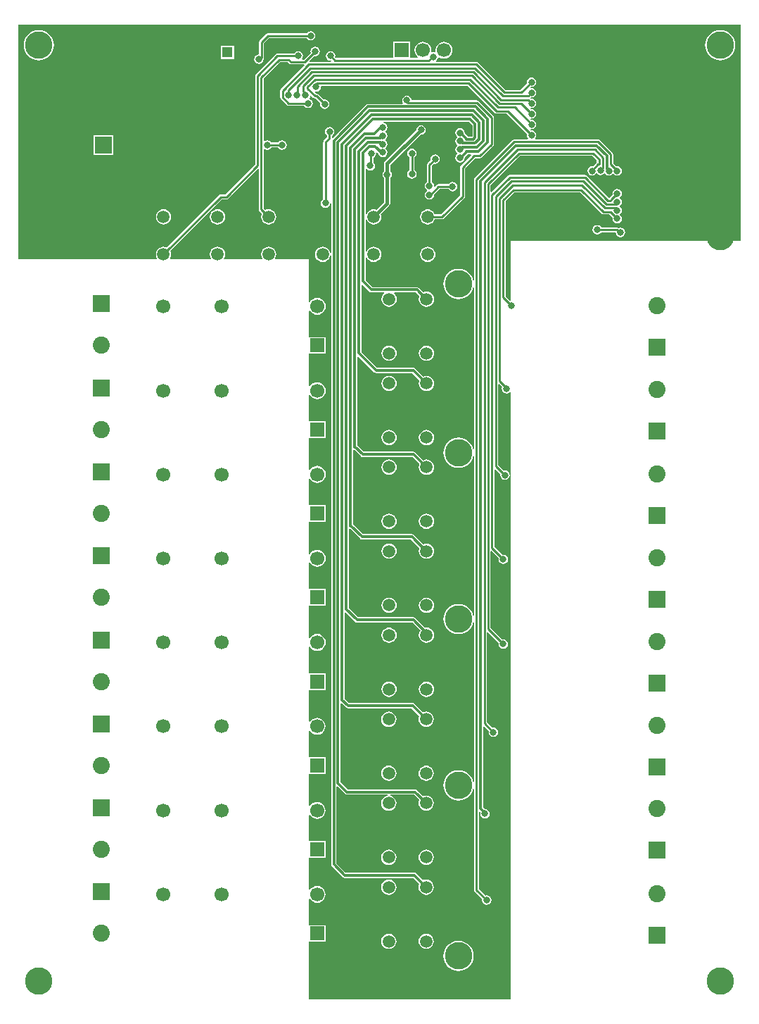
<source format=gbl>
G04*
G04 #@! TF.GenerationSoftware,Altium Limited,Altium Designer,19.0.15 (446)*
G04*
G04 Layer_Physical_Order=2*
G04 Layer_Color=16711680*
%FSLAX25Y25*%
%MOIN*%
G70*
G01*
G75*
%ADD13C,0.01000*%
%ADD15C,0.01575*%
%ADD34R,0.19685X0.05512*%
%ADD70C,0.01181*%
%ADD73R,0.06693X0.06693*%
%ADD74C,0.06693*%
%ADD75C,0.12992*%
%ADD76R,0.08071X0.08071*%
%ADD77C,0.08071*%
%ADD78C,0.05906*%
%ADD79R,0.05118X0.05118*%
%ADD80C,0.05118*%
%ADD81C,0.03150*%
G36*
X429134Y397638D02*
X320322D01*
X320079Y397394D01*
Y369509D01*
X319579Y369302D01*
X317688Y371193D01*
Y416452D01*
X321756Y420521D01*
X353066D01*
X363106Y410481D01*
X363480Y410231D01*
X363921Y410143D01*
X366705D01*
X366796Y410008D01*
X368309Y408495D01*
X368225Y408071D01*
X368396Y407211D01*
X368883Y406481D01*
X369612Y405994D01*
X370472Y405823D01*
X371333Y405994D01*
X372062Y406481D01*
X372549Y407211D01*
X372720Y408071D01*
X372549Y408931D01*
X372062Y409660D01*
X371869Y409789D01*
Y410289D01*
X372062Y410418D01*
X372549Y411148D01*
X372720Y412008D01*
X372549Y412868D01*
X372062Y413597D01*
X371869Y413726D01*
Y414226D01*
X372062Y414355D01*
X372549Y415085D01*
X372720Y415945D01*
X372549Y416805D01*
X372062Y417534D01*
X371869Y417663D01*
Y418163D01*
X372062Y418292D01*
X372549Y419022D01*
X372720Y419882D01*
X372549Y420742D01*
X372062Y421471D01*
X371333Y421959D01*
X370472Y422130D01*
X369612Y421959D01*
X368883Y421471D01*
X368396Y420742D01*
X368225Y419882D01*
X368309Y419458D01*
X366796Y417945D01*
X366310Y418118D01*
X356055Y428374D01*
X355681Y428623D01*
X355240Y428711D01*
X319582D01*
X319141Y428623D01*
X318767Y428374D01*
X311000Y420606D01*
X310538Y420797D01*
Y423869D01*
X324493Y437824D01*
X358668D01*
X360750Y435743D01*
Y434644D01*
X360614Y434553D01*
X358902Y432841D01*
X358677Y432886D01*
X357817Y432714D01*
X357088Y432227D01*
X356600Y431498D01*
X356429Y430638D01*
X356600Y429777D01*
X357088Y429048D01*
X357817Y428561D01*
X358677Y428390D01*
X359537Y428561D01*
X360267Y429048D01*
X360475Y429360D01*
X360911D01*
X361027Y429285D01*
X361754Y428800D01*
X362614Y428628D01*
X363474Y428800D01*
X364204Y429287D01*
X364253Y429360D01*
X364753D01*
X364962Y429048D01*
X365691Y428561D01*
X366551Y428390D01*
X367411Y428561D01*
X368141Y429048D01*
X368270Y429241D01*
X368770D01*
X368899Y429048D01*
X369628Y428561D01*
X370488Y428390D01*
X371348Y428561D01*
X372078Y429048D01*
X372565Y429777D01*
X372736Y430638D01*
X372565Y431498D01*
X372078Y432227D01*
X371348Y432714D01*
X370488Y432886D01*
X370065Y432801D01*
X368597Y434269D01*
Y438517D01*
X368509Y438957D01*
X368260Y439331D01*
X362256Y445334D01*
X361883Y445584D01*
X361442Y445672D01*
X331734D01*
X331574Y446172D01*
X331998Y446807D01*
X332169Y447667D01*
X331998Y448527D01*
X331511Y449257D01*
X330782Y449744D01*
X329921Y449915D01*
X329612Y449854D01*
X329500Y449993D01*
X329777Y450448D01*
X329921Y450419D01*
X330782Y450591D01*
X331511Y451078D01*
X331998Y451807D01*
X332169Y452667D01*
X331998Y453527D01*
X331511Y454257D01*
X330782Y454744D01*
X329921Y454915D01*
X329612Y454854D01*
X329500Y454993D01*
X329777Y455448D01*
X329921Y455419D01*
X330782Y455590D01*
X331511Y456078D01*
X331998Y456807D01*
X332169Y457667D01*
X331998Y458528D01*
X331511Y459257D01*
X330782Y459744D01*
X329921Y459915D01*
X329612Y459854D01*
X329500Y459993D01*
X329777Y460448D01*
X329921Y460419D01*
X330782Y460591D01*
X331511Y461078D01*
X331998Y461807D01*
X332169Y462667D01*
X331998Y463527D01*
X331511Y464257D01*
X330782Y464744D01*
X329921Y464915D01*
X329662Y464864D01*
X329463Y465167D01*
X329662Y465471D01*
X329921Y465419D01*
X330782Y465590D01*
X331511Y466078D01*
X331998Y466807D01*
X332169Y467667D01*
X331998Y468528D01*
X331511Y469257D01*
X330782Y469744D01*
X329921Y469915D01*
X329777Y469887D01*
X329500Y470341D01*
X329612Y470481D01*
X329921Y470419D01*
X330782Y470590D01*
X331511Y471078D01*
X331998Y471807D01*
X332169Y472667D01*
X331998Y473527D01*
X331511Y474257D01*
X330782Y474744D01*
X329921Y474915D01*
X329061Y474744D01*
X328332Y474257D01*
X327845Y473527D01*
X327673Y472667D01*
X327776Y472151D01*
X324625Y469000D01*
X317500D01*
X304615Y481885D01*
X304242Y482135D01*
X303801Y482223D01*
X284708D01*
X284556Y482723D01*
X285053Y483055D01*
X285541Y483784D01*
X285646Y484315D01*
X286197Y484523D01*
X286459Y484322D01*
X287426Y483921D01*
X288465Y483785D01*
X289503Y483921D01*
X290470Y484322D01*
X291301Y484959D01*
X291938Y485790D01*
X292339Y486757D01*
X292475Y487795D01*
X292339Y488833D01*
X291938Y489801D01*
X291301Y490631D01*
X290470Y491269D01*
X289503Y491669D01*
X288465Y491806D01*
X287426Y491669D01*
X286459Y491269D01*
X285629Y490631D01*
X284991Y489801D01*
X284591Y488833D01*
X284454Y487795D01*
X284539Y487150D01*
X284523Y487117D01*
X284085Y486769D01*
X283464Y486893D01*
X282844Y486769D01*
X282406Y487119D01*
X282390Y487150D01*
X282475Y487795D01*
X282339Y488833D01*
X281938Y489801D01*
X281301Y490631D01*
X280470Y491269D01*
X279503Y491669D01*
X278465Y491806D01*
X277427Y491669D01*
X276459Y491269D01*
X275629Y490631D01*
X274991Y489801D01*
X274590Y488833D01*
X274454Y487795D01*
X274590Y486757D01*
X274991Y485790D01*
X275629Y484959D01*
X276065Y484624D01*
X275895Y484125D01*
X272441D01*
Y491772D01*
X264488D01*
Y484125D01*
X237190D01*
X236791Y484523D01*
X236894Y485039D01*
X236722Y485900D01*
X236235Y486629D01*
X235506Y487116D01*
X234646Y487287D01*
X233785Y487116D01*
X233056Y486629D01*
X232569Y485900D01*
X232398Y485039D01*
X232569Y484179D01*
X233056Y483450D01*
X233785Y482963D01*
X234646Y482792D01*
X234894Y482841D01*
X234991Y482723D01*
X234755Y482223D01*
X224857D01*
X224650Y482723D01*
X226917Y484989D01*
X227432Y484887D01*
X228293Y485058D01*
X229022Y485545D01*
X229509Y486274D01*
X229680Y487134D01*
X229509Y487995D01*
X229022Y488724D01*
X228293Y489211D01*
X227432Y489382D01*
X226572Y489211D01*
X225843Y488724D01*
X225356Y487995D01*
X225185Y487134D01*
X225287Y486618D01*
X221998Y483329D01*
X221459D01*
X221192Y483829D01*
X221426Y484179D01*
X221597Y485039D01*
X221426Y485900D01*
X220939Y486629D01*
X220209Y487116D01*
X219349Y487287D01*
X218489Y487116D01*
X217760Y486629D01*
X217467Y486191D01*
X209449D01*
X209008Y486104D01*
X208634Y485854D01*
X199260Y476480D01*
X199010Y476106D01*
X198923Y475665D01*
Y433561D01*
X184821Y419459D01*
X182677D01*
X182236Y419372D01*
X181862Y419122D01*
X157102Y394361D01*
X156447Y394632D01*
X155512Y394755D01*
X154577Y394632D01*
X153705Y394271D01*
X152957Y393697D01*
X152382Y392949D01*
X152021Y392077D01*
X151898Y391142D01*
X152021Y390207D01*
X152382Y389335D01*
X152464Y389228D01*
X152243Y388779D01*
X86614Y388779D01*
Y500000D01*
X429134D01*
Y397638D01*
D02*
G37*
G36*
X215108Y481362D02*
X215482Y481113D01*
X215923Y481025D01*
X222010D01*
X222217Y480525D01*
X211137Y469445D01*
X210887Y469071D01*
X210799Y468630D01*
Y465350D01*
X210887Y464909D01*
X211137Y464535D01*
X213888Y461784D01*
X214262Y461534D01*
X214703Y461446D01*
X222134D01*
X222426Y461009D01*
X223155Y460522D01*
X224016Y460351D01*
X224876Y460522D01*
X225605Y461009D01*
X226093Y461738D01*
X226264Y462598D01*
X226093Y463459D01*
X225605Y464188D01*
X224876Y464675D01*
X224848Y464681D01*
X224618Y465236D01*
X224911Y465675D01*
X224993Y466088D01*
X225536Y466253D01*
X226506Y465282D01*
X226879Y465033D01*
X227320Y464945D01*
X227520D01*
X229745Y462721D01*
X229642Y462205D01*
X229813Y461344D01*
X230300Y460615D01*
X231030Y460128D01*
X231890Y459957D01*
X232750Y460128D01*
X233479Y460615D01*
X233967Y461344D01*
X234138Y462205D01*
X233967Y463065D01*
X233479Y463794D01*
X232750Y464282D01*
X231890Y464453D01*
X231374Y464350D01*
X228812Y466912D01*
X228438Y467162D01*
X227997Y467249D01*
X227798D01*
X227297Y467750D01*
X227543Y468211D01*
X227873Y468145D01*
X228733Y468316D01*
X229463Y468803D01*
X229950Y469533D01*
X230121Y470393D01*
X230081Y470595D01*
X230398Y470982D01*
X299622D01*
X312507Y458097D01*
X312880Y457847D01*
X313321Y457759D01*
X318200D01*
X327776Y448183D01*
X327673Y447667D01*
X327845Y446807D01*
X328269Y446172D01*
X328108Y445672D01*
X321720D01*
X321279Y445584D01*
X320905Y445334D01*
X303028Y427457D01*
X302778Y427083D01*
X302691Y426643D01*
Y378943D01*
X302190Y378869D01*
X301891Y379856D01*
X301229Y381094D01*
X300339Y382179D01*
X299254Y383070D01*
X298016Y383732D01*
X296673Y384139D01*
X295276Y384277D01*
X293879Y384139D01*
X292535Y383732D01*
X291297Y383070D01*
X290212Y382179D01*
X289322Y381094D01*
X288660Y379856D01*
X288253Y378513D01*
X288115Y377116D01*
X288253Y375719D01*
X288660Y374376D01*
X289322Y373138D01*
X290212Y372053D01*
X291297Y371162D01*
X292535Y370501D01*
X293879Y370093D01*
X295276Y369956D01*
X296673Y370093D01*
X298016Y370501D01*
X299254Y371162D01*
X300339Y372053D01*
X301229Y373138D01*
X301891Y374376D01*
X302190Y375363D01*
X302691Y375289D01*
X302691Y299071D01*
X302190Y298997D01*
X301891Y299984D01*
X301229Y301222D01*
X300339Y302307D01*
X299254Y303198D01*
X298016Y303859D01*
X296673Y304267D01*
X295276Y304405D01*
X293879Y304267D01*
X292535Y303859D01*
X291297Y303198D01*
X290212Y302307D01*
X289322Y301222D01*
X288660Y299984D01*
X288253Y298641D01*
X288115Y297244D01*
X288253Y295847D01*
X288660Y294504D01*
X289322Y293266D01*
X290212Y292181D01*
X291297Y291290D01*
X292535Y290629D01*
X293879Y290221D01*
X295276Y290084D01*
X296673Y290221D01*
X298016Y290629D01*
X299254Y291290D01*
X300339Y292181D01*
X301229Y293266D01*
X301891Y294504D01*
X302190Y295491D01*
X302691Y295417D01*
Y220331D01*
X302190Y220257D01*
X301891Y221244D01*
X301229Y222482D01*
X300339Y223567D01*
X299254Y224458D01*
X298016Y225119D01*
X296673Y225527D01*
X295276Y225664D01*
X293879Y225527D01*
X292535Y225119D01*
X291297Y224458D01*
X290212Y223567D01*
X289322Y222482D01*
X288660Y221244D01*
X288253Y219901D01*
X288115Y218504D01*
X288253Y217107D01*
X288660Y215764D01*
X289322Y214526D01*
X290212Y213441D01*
X291297Y212550D01*
X292535Y211889D01*
X293879Y211481D01*
X295276Y211344D01*
X296673Y211481D01*
X298016Y211889D01*
X299254Y212550D01*
X300339Y213441D01*
X301229Y214526D01*
X301891Y215764D01*
X302190Y216751D01*
X302691Y216677D01*
X302691Y141591D01*
X302190Y141517D01*
X301891Y142504D01*
X301229Y143742D01*
X300339Y144827D01*
X299254Y145718D01*
X298016Y146379D01*
X296673Y146787D01*
X295276Y146924D01*
X293879Y146787D01*
X292535Y146379D01*
X291297Y145718D01*
X290212Y144827D01*
X289322Y143742D01*
X288660Y142504D01*
X288253Y141161D01*
X288115Y139764D01*
X288253Y138367D01*
X288660Y137024D01*
X289322Y135786D01*
X290212Y134701D01*
X291297Y133810D01*
X292535Y133148D01*
X293879Y132741D01*
X295276Y132603D01*
X296673Y132741D01*
X298016Y133148D01*
X299254Y133810D01*
X300339Y134701D01*
X301229Y135786D01*
X301891Y137024D01*
X302190Y138011D01*
X302691Y137937D01*
Y94488D01*
Y90251D01*
X302778Y89810D01*
X303028Y89437D01*
X306516Y85949D01*
X306413Y85433D01*
X306584Y84573D01*
X307071Y83843D01*
X307801Y83356D01*
X308661Y83185D01*
X309521Y83356D01*
X310250Y83843D01*
X310738Y84573D01*
X310909Y85433D01*
X310738Y86293D01*
X310250Y87022D01*
X309521Y87510D01*
X308661Y87681D01*
X308145Y87578D01*
X304995Y90728D01*
Y94488D01*
Y127270D01*
X305429Y127450D01*
X305775Y127126D01*
X305626Y126378D01*
X305797Y125518D01*
X306284Y124788D01*
X307014Y124301D01*
X307874Y124130D01*
X308734Y124301D01*
X309464Y124788D01*
X309951Y125518D01*
X310122Y126378D01*
X309951Y127238D01*
X309464Y127968D01*
X308734Y128455D01*
X307874Y128626D01*
X307822Y128615D01*
X306965Y129472D01*
Y134252D01*
Y167524D01*
X307427Y167716D01*
X309666Y165477D01*
X309563Y164961D01*
X309734Y164100D01*
X310222Y163371D01*
X310951Y162884D01*
X311811Y162713D01*
X312671Y162884D01*
X313401Y163371D01*
X313888Y164100D01*
X314059Y164961D01*
X313888Y165821D01*
X313401Y166550D01*
X312671Y167037D01*
X311811Y167209D01*
X311295Y167106D01*
X308751Y169650D01*
Y181496D01*
Y212195D01*
X309212Y212387D01*
X314390Y207209D01*
X314287Y206693D01*
X314459Y205833D01*
X314946Y205103D01*
X315675Y204616D01*
X316535Y204445D01*
X317396Y204616D01*
X318125Y205103D01*
X318612Y205833D01*
X318783Y206693D01*
X318612Y207553D01*
X318125Y208282D01*
X317396Y208770D01*
X316535Y208941D01*
X316019Y208838D01*
X310538Y214320D01*
Y219685D01*
Y250565D01*
X311000Y250757D01*
X314390Y247366D01*
X314287Y246850D01*
X314459Y245990D01*
X314946Y245261D01*
X315675Y244774D01*
X316535Y244602D01*
X317396Y244774D01*
X318125Y245261D01*
X318612Y245990D01*
X318783Y246850D01*
X318612Y247711D01*
X318125Y248440D01*
X317396Y248927D01*
X316535Y249098D01*
X316019Y248996D01*
X312325Y252690D01*
Y289329D01*
X312787Y289521D01*
X315178Y287130D01*
X315075Y286614D01*
X315246Y285754D01*
X315733Y285025D01*
X316463Y284537D01*
X317323Y284366D01*
X318183Y284537D01*
X318912Y285025D01*
X319400Y285754D01*
X319571Y286614D01*
X319400Y287474D01*
X318912Y288204D01*
X318183Y288691D01*
X317323Y288862D01*
X316807Y288759D01*
X314113Y291454D01*
Y329668D01*
X314575Y329859D01*
X316030Y328403D01*
X315862Y327559D01*
X316033Y326699D01*
X316521Y325970D01*
X317250Y325482D01*
X318110Y325311D01*
X318970Y325482D01*
X319579Y325889D01*
X320079Y325705D01*
Y38386D01*
X224410D01*
Y65709D01*
X232231D01*
Y73661D01*
X224410D01*
Y85847D01*
X224909Y86016D01*
X225418Y85353D01*
X226249Y84716D01*
X227216Y84315D01*
X228254Y84178D01*
X229292Y84315D01*
X230260Y84716D01*
X231090Y85353D01*
X231728Y86184D01*
X232128Y87151D01*
X232265Y88189D01*
X232128Y89227D01*
X231728Y90194D01*
X231090Y91025D01*
X230260Y91662D01*
X229292Y92063D01*
X228254Y92200D01*
X227216Y92063D01*
X226249Y91662D01*
X225418Y91025D01*
X224909Y90362D01*
X224410Y90531D01*
Y105472D01*
X232231D01*
Y113425D01*
X224410D01*
Y125610D01*
X224909Y125780D01*
X225418Y125117D01*
X226249Y124479D01*
X227216Y124079D01*
X228254Y123942D01*
X229292Y124079D01*
X230260Y124479D01*
X231090Y125117D01*
X231728Y125947D01*
X232128Y126915D01*
X232265Y127953D01*
X232128Y128991D01*
X231728Y129958D01*
X231090Y130789D01*
X230260Y131426D01*
X229292Y131827D01*
X228254Y131963D01*
X227216Y131827D01*
X226249Y131426D01*
X225418Y130789D01*
X224909Y130125D01*
X224409Y130295D01*
Y145236D01*
X232231D01*
Y153189D01*
X224409D01*
Y165374D01*
X224909Y165544D01*
X225418Y164881D01*
X226249Y164243D01*
X227216Y163842D01*
X228254Y163706D01*
X229292Y163842D01*
X230260Y164243D01*
X231090Y164881D01*
X231728Y165711D01*
X232128Y166679D01*
X232265Y167717D01*
X232128Y168755D01*
X231728Y169722D01*
X231090Y170553D01*
X230260Y171190D01*
X229292Y171591D01*
X228254Y171727D01*
X227216Y171591D01*
X226249Y171190D01*
X225418Y170553D01*
X224909Y169889D01*
X224409Y170059D01*
Y185000D01*
X232323D01*
Y192953D01*
X224409D01*
Y205288D01*
X224750Y205425D01*
X224909Y205428D01*
X225511Y204644D01*
X226341Y204007D01*
X227308Y203606D01*
X228346Y203470D01*
X229384Y203606D01*
X230352Y204007D01*
X231182Y204644D01*
X231820Y205475D01*
X232221Y206442D01*
X232357Y207480D01*
X232221Y208518D01*
X231820Y209486D01*
X231182Y210316D01*
X230352Y210954D01*
X229384Y211354D01*
X228346Y211491D01*
X227308Y211354D01*
X226341Y210954D01*
X225511Y210316D01*
X224909Y209533D01*
X224750Y209535D01*
X224409Y209673D01*
Y224764D01*
X232323D01*
Y232716D01*
X224409D01*
Y245052D01*
X224750Y245189D01*
X224909Y245191D01*
X225511Y244408D01*
X226341Y243771D01*
X227308Y243370D01*
X228346Y243233D01*
X229384Y243370D01*
X230352Y243771D01*
X231182Y244408D01*
X231820Y245239D01*
X232221Y246206D01*
X232357Y247244D01*
X232221Y248282D01*
X231820Y249249D01*
X231182Y250080D01*
X230352Y250717D01*
X229384Y251118D01*
X228346Y251255D01*
X227308Y251118D01*
X226341Y250717D01*
X225511Y250080D01*
X224909Y249297D01*
X224750Y249299D01*
X224409Y249437D01*
Y264528D01*
X232323D01*
Y272480D01*
X224409D01*
Y284815D01*
X224750Y284953D01*
X224909Y284955D01*
X225511Y284172D01*
X226341Y283535D01*
X227308Y283134D01*
X228346Y282997D01*
X229384Y283134D01*
X230352Y283535D01*
X231182Y284172D01*
X231820Y285002D01*
X232221Y285970D01*
X232357Y287008D01*
X232221Y288046D01*
X231820Y289013D01*
X231182Y289844D01*
X230352Y290481D01*
X229384Y290882D01*
X228346Y291019D01*
X227308Y290882D01*
X226341Y290481D01*
X225511Y289844D01*
X224909Y289061D01*
X224750Y289063D01*
X224409Y289200D01*
X224409Y304144D01*
X232323D01*
Y312097D01*
X224409D01*
Y324431D01*
X224750Y324569D01*
X224909Y324571D01*
X225511Y323788D01*
X226341Y323151D01*
X227308Y322750D01*
X228346Y322613D01*
X229384Y322750D01*
X230352Y323151D01*
X231182Y323788D01*
X231820Y324619D01*
X232221Y325586D01*
X232357Y326624D01*
X232221Y327662D01*
X231820Y328629D01*
X231182Y329460D01*
X230352Y330097D01*
X229384Y330498D01*
X228346Y330635D01*
X227308Y330498D01*
X226341Y330097D01*
X225511Y329460D01*
X224909Y328677D01*
X224750Y328679D01*
X224409Y328817D01*
Y344055D01*
X232323D01*
Y352008D01*
X224409D01*
Y364343D01*
X224750Y364480D01*
X224909Y364483D01*
X225511Y363699D01*
X226341Y363062D01*
X227308Y362661D01*
X228346Y362525D01*
X229384Y362661D01*
X230352Y363062D01*
X231182Y363699D01*
X231820Y364530D01*
X232221Y365497D01*
X232357Y366535D01*
X232221Y367573D01*
X231820Y368541D01*
X231182Y369371D01*
X230352Y370009D01*
X229384Y370409D01*
X228346Y370546D01*
X227308Y370409D01*
X226341Y370009D01*
X225511Y369371D01*
X224909Y368588D01*
X224750Y368590D01*
X224409Y368728D01*
Y388779D01*
X208641D01*
X208420Y389228D01*
X208502Y389335D01*
X208863Y390207D01*
X208986Y391142D01*
X208863Y392077D01*
X208502Y392949D01*
X207928Y393697D01*
X207179Y394271D01*
X206308Y394632D01*
X205373Y394755D01*
X204437Y394632D01*
X203566Y394271D01*
X202818Y393697D01*
X202243Y392949D01*
X201882Y392077D01*
X201759Y391142D01*
X201882Y390207D01*
X202243Y389335D01*
X202325Y389228D01*
X202104Y388779D01*
X184371Y388779D01*
X184150Y389228D01*
X184232Y389335D01*
X184593Y390207D01*
X184716Y391142D01*
X184593Y392077D01*
X184232Y392949D01*
X183658Y393697D01*
X182909Y394271D01*
X182038Y394632D01*
X181102Y394755D01*
X180167Y394632D01*
X179296Y394271D01*
X178547Y393697D01*
X177973Y392949D01*
X177612Y392077D01*
X177489Y391142D01*
X177612Y390207D01*
X177973Y389335D01*
X178055Y389228D01*
X177834Y388779D01*
X158780D01*
X158559Y389228D01*
X158641Y389335D01*
X159002Y390207D01*
X159125Y391142D01*
X159002Y392077D01*
X158731Y392732D01*
X183154Y417155D01*
X185298D01*
X185739Y417243D01*
X186112Y417492D01*
X200248Y431628D01*
X200710Y431437D01*
Y412369D01*
X200798Y411928D01*
X201048Y411554D01*
X202153Y410448D01*
X201882Y409794D01*
X201759Y408858D01*
X201882Y407923D01*
X202243Y407052D01*
X202818Y406303D01*
X203566Y405729D01*
X204437Y405368D01*
X205373Y405245D01*
X206308Y405368D01*
X207179Y405729D01*
X207928Y406303D01*
X208502Y407052D01*
X208863Y407923D01*
X208986Y408858D01*
X208863Y409794D01*
X208502Y410665D01*
X207928Y411413D01*
X207179Y411988D01*
X206308Y412349D01*
X205373Y412472D01*
X204437Y412349D01*
X203783Y412078D01*
X203014Y412846D01*
Y440803D01*
X203514Y441070D01*
X203864Y440837D01*
X204724Y440665D01*
X205585Y440837D01*
X206314Y441324D01*
X206573Y441712D01*
X209757D01*
X210082Y441225D01*
X210812Y440738D01*
X211672Y440567D01*
X212532Y440738D01*
X213261Y441225D01*
X213749Y441955D01*
X213920Y442815D01*
X213749Y443675D01*
X213261Y444405D01*
X212532Y444892D01*
X211672Y445063D01*
X210812Y444892D01*
X210082Y444405D01*
X209823Y444016D01*
X206639D01*
X206314Y444503D01*
X205585Y444990D01*
X204724Y445161D01*
X203864Y444990D01*
X203514Y444756D01*
X203014Y445024D01*
Y474401D01*
X210713Y482100D01*
X214371D01*
X215108Y481362D01*
D02*
G37*
%LPC*%
G36*
X225243Y496844D02*
X224382Y496673D01*
X223653Y496186D01*
X223361Y495749D01*
X204978D01*
X204537Y495661D01*
X204163Y495411D01*
X201152Y492400D01*
X200902Y492026D01*
X200814Y491585D01*
Y485735D01*
X200787Y485712D01*
X199927Y485541D01*
X199198Y485054D01*
X198711Y484325D01*
X198539Y483465D01*
X198711Y482604D01*
X199198Y481875D01*
X199927Y481388D01*
X200787Y481217D01*
X201648Y481388D01*
X202377Y481875D01*
X202864Y482604D01*
X203035Y483465D01*
X203012Y483581D01*
X203031Y483609D01*
X203118Y484050D01*
Y491108D01*
X205455Y493444D01*
X223361D01*
X223653Y493007D01*
X224382Y492520D01*
X225243Y492349D01*
X226103Y492520D01*
X226832Y493007D01*
X227320Y493736D01*
X227491Y494597D01*
X227320Y495457D01*
X226832Y496186D01*
X226103Y496673D01*
X225243Y496844D01*
D02*
G37*
G36*
X189016Y490000D02*
X182638D01*
Y483622D01*
X189016D01*
Y490000D01*
D02*
G37*
G36*
X419291Y497318D02*
X417894Y497180D01*
X416551Y496773D01*
X415313Y496111D01*
X414228Y495221D01*
X413338Y494136D01*
X412676Y492898D01*
X412268Y491554D01*
X412131Y490158D01*
X412268Y488761D01*
X412676Y487417D01*
X413338Y486179D01*
X414228Y485094D01*
X415313Y484204D01*
X416551Y483542D01*
X417894Y483135D01*
X419291Y482997D01*
X420688Y483135D01*
X422031Y483542D01*
X423270Y484204D01*
X424355Y485094D01*
X425245Y486179D01*
X425907Y487417D01*
X426314Y488761D01*
X426452Y490158D01*
X426314Y491554D01*
X425907Y492898D01*
X425245Y494136D01*
X424355Y495221D01*
X423270Y496111D01*
X422031Y496773D01*
X420688Y497180D01*
X419291Y497318D01*
D02*
G37*
G36*
X96457D02*
X95060Y497180D01*
X93717Y496773D01*
X92479Y496111D01*
X91394Y495221D01*
X90503Y494136D01*
X89841Y492898D01*
X89434Y491554D01*
X89296Y490158D01*
X89434Y488761D01*
X89841Y487417D01*
X90503Y486179D01*
X91394Y485094D01*
X92479Y484204D01*
X93717Y483542D01*
X95060Y483135D01*
X96457Y482997D01*
X97854Y483135D01*
X99197Y483542D01*
X100435Y484204D01*
X101520Y485094D01*
X102410Y486179D01*
X103072Y487417D01*
X103480Y488761D01*
X103617Y490158D01*
X103480Y491554D01*
X103072Y492898D01*
X102410Y494136D01*
X101520Y495221D01*
X100435Y496111D01*
X99197Y496773D01*
X97854Y497180D01*
X96457Y497318D01*
D02*
G37*
G36*
X131831Y447579D02*
X122500D01*
Y438248D01*
X131831D01*
Y447579D01*
D02*
G37*
G36*
X155512Y412472D02*
X154577Y412349D01*
X153705Y411988D01*
X152957Y411413D01*
X152382Y410665D01*
X152021Y409794D01*
X151898Y408858D01*
X152021Y407923D01*
X152382Y407052D01*
X152957Y406303D01*
X153705Y405729D01*
X154577Y405368D01*
X155512Y405245D01*
X156447Y405368D01*
X157319Y405729D01*
X158067Y406303D01*
X158641Y407052D01*
X159002Y407923D01*
X159125Y408858D01*
X159002Y409794D01*
X158641Y410665D01*
X158067Y411413D01*
X157319Y411988D01*
X156447Y412349D01*
X155512Y412472D01*
D02*
G37*
G36*
X361027Y405004D02*
X360166Y404833D01*
X359437Y404345D01*
X358950Y403616D01*
X358779Y402756D01*
X358950Y401896D01*
X359437Y401166D01*
X360166Y400679D01*
X361027Y400508D01*
X361887Y400679D01*
X362616Y401166D01*
X362909Y401604D01*
X369774D01*
X369799Y401574D01*
X369970Y400714D01*
X370457Y399985D01*
X371186Y399497D01*
X372046Y399326D01*
X372907Y399497D01*
X373636Y399985D01*
X374123Y400714D01*
X374294Y401574D01*
X374123Y402434D01*
X373636Y403163D01*
X372907Y403651D01*
X372046Y403822D01*
X371186Y403651D01*
X371082Y403581D01*
X370724Y403820D01*
X370283Y403908D01*
X362909D01*
X362616Y404345D01*
X361887Y404833D01*
X361027Y405004D01*
D02*
G37*
G36*
X270866Y466274D02*
X270006Y466103D01*
X269277Y465615D01*
X268789Y464886D01*
X268618Y464026D01*
X268789Y463166D01*
X269055Y462768D01*
X268788Y462268D01*
X252363D01*
X251887Y462173D01*
X251483Y461903D01*
X235851Y446271D01*
X235350Y446478D01*
Y447295D01*
X235841Y447623D01*
X236329Y448352D01*
X236500Y449213D01*
X236329Y450073D01*
X235841Y450802D01*
X235112Y451289D01*
X234252Y451461D01*
X233392Y451289D01*
X232663Y450802D01*
X232175Y450073D01*
X232004Y449213D01*
X232175Y448352D01*
X232663Y447623D01*
X233046Y447367D01*
Y446594D01*
X231468Y445016D01*
X231219Y444642D01*
X231131Y444201D01*
Y417235D01*
X230694Y416943D01*
X230206Y416214D01*
X230035Y415353D01*
X230206Y414493D01*
X230694Y413764D01*
X231423Y413277D01*
X232283Y413106D01*
X233143Y413277D01*
X233873Y413764D01*
X234360Y414493D01*
X234476Y415078D01*
X234976Y415029D01*
Y391940D01*
X234476Y391907D01*
X234454Y392077D01*
X234093Y392949D01*
X233519Y393697D01*
X232770Y394271D01*
X231898Y394632D01*
X230963Y394755D01*
X230028Y394632D01*
X229156Y394271D01*
X228408Y393697D01*
X227834Y392949D01*
X227473Y392077D01*
X227350Y391142D01*
X227473Y390207D01*
X227834Y389335D01*
X228408Y388586D01*
X229156Y388012D01*
X230028Y387651D01*
X230963Y387528D01*
X231898Y387651D01*
X232770Y388012D01*
X233519Y388586D01*
X234093Y389335D01*
X234454Y390207D01*
X234476Y390376D01*
X234976Y390344D01*
X234976Y102362D01*
X235071Y101886D01*
X235340Y101482D01*
X240459Y96364D01*
X240862Y96094D01*
X241339Y96000D01*
X273851D01*
X276768Y93082D01*
X276536Y92520D01*
X276412Y91585D01*
X276536Y90649D01*
X276897Y89778D01*
X277471Y89030D01*
X278219Y88455D01*
X279091Y88094D01*
X280026Y87971D01*
X280961Y88094D01*
X281833Y88455D01*
X282581Y89030D01*
X283155Y89778D01*
X283516Y90649D01*
X283640Y91585D01*
X283516Y92520D01*
X283155Y93391D01*
X282581Y94140D01*
X281833Y94714D01*
X280961Y95075D01*
X280026Y95198D01*
X279091Y95075D01*
X278528Y94842D01*
X275247Y98124D01*
X274843Y98394D01*
X274366Y98488D01*
X241854D01*
X237465Y102878D01*
Y139256D01*
X237927Y139447D01*
X241640Y135734D01*
X242043Y135465D01*
X242520Y135370D01*
X261576D01*
X261609Y134870D01*
X261374Y134839D01*
X260503Y134478D01*
X259754Y133904D01*
X259180Y133155D01*
X258819Y132284D01*
X258696Y131348D01*
X258819Y130413D01*
X259180Y129542D01*
X259754Y128793D01*
X260503Y128219D01*
X261374Y127858D01*
X262309Y127735D01*
X263245Y127858D01*
X264116Y128219D01*
X264865Y128793D01*
X265439Y129542D01*
X265800Y130413D01*
X265923Y131348D01*
X265800Y132284D01*
X265439Y133155D01*
X264865Y133904D01*
X264116Y134478D01*
X263245Y134839D01*
X263010Y134870D01*
X263043Y135370D01*
X274245D01*
X276768Y132846D01*
X276536Y132284D01*
X276412Y131348D01*
X276536Y130413D01*
X276897Y129542D01*
X277471Y128793D01*
X278219Y128219D01*
X279091Y127858D01*
X280026Y127735D01*
X280961Y127858D01*
X281833Y128219D01*
X282581Y128793D01*
X283155Y129542D01*
X283516Y130413D01*
X283640Y131348D01*
X283516Y132284D01*
X283155Y133155D01*
X282581Y133904D01*
X281833Y134478D01*
X280961Y134839D01*
X280026Y134962D01*
X279091Y134839D01*
X278528Y134606D01*
X275640Y137494D01*
X275237Y137764D01*
X274760Y137858D01*
X243035D01*
X239433Y141460D01*
Y178626D01*
X239895Y178817D01*
X242034Y176679D01*
X242437Y176409D01*
X242913Y176315D01*
X273064D01*
X276768Y172610D01*
X276536Y172047D01*
X276412Y171112D01*
X276536Y170177D01*
X276897Y169305D01*
X277471Y168557D01*
X278219Y167983D01*
X279091Y167622D01*
X280026Y167499D01*
X280961Y167622D01*
X281833Y167983D01*
X282581Y168557D01*
X283155Y169305D01*
X283516Y170177D01*
X283640Y171112D01*
X283516Y172047D01*
X283155Y172919D01*
X282581Y173667D01*
X281833Y174242D01*
X280961Y174603D01*
X280026Y174726D01*
X279091Y174603D01*
X278528Y174370D01*
X274459Y178439D01*
X274055Y178709D01*
X273579Y178803D01*
X243429D01*
X241402Y180830D01*
Y221539D01*
X241864Y221731D01*
X246364Y217230D01*
X246768Y216961D01*
X247244Y216866D01*
X273500D01*
X277290Y213076D01*
X276989Y212683D01*
X276628Y211811D01*
X276504Y210876D01*
X276628Y209941D01*
X276989Y209069D01*
X277563Y208321D01*
X278311Y207747D01*
X279183Y207385D01*
X280118Y207262D01*
X281053Y207385D01*
X281925Y207747D01*
X282673Y208321D01*
X283248Y209069D01*
X283609Y209941D01*
X283732Y210876D01*
X283609Y211811D01*
X283248Y212683D01*
X282673Y213431D01*
X281925Y214005D01*
X281053Y214366D01*
X280118Y214490D01*
X279480Y214406D01*
X274896Y218990D01*
X274492Y219260D01*
X274016Y219355D01*
X247760D01*
X243370Y223744D01*
Y261059D01*
X243870Y261399D01*
X243945Y261384D01*
X248728Y256600D01*
X249132Y256331D01*
X249608Y256236D01*
X272762D01*
X276861Y252137D01*
X276628Y251575D01*
X276504Y250640D01*
X276628Y249705D01*
X276989Y248833D01*
X277563Y248085D01*
X278311Y247510D01*
X279183Y247149D01*
X280118Y247026D01*
X281053Y247149D01*
X281925Y247510D01*
X282673Y248085D01*
X283248Y248833D01*
X283609Y249705D01*
X283732Y250640D01*
X283609Y251575D01*
X283248Y252447D01*
X282673Y253195D01*
X281925Y253769D01*
X281053Y254130D01*
X280118Y254253D01*
X279183Y254130D01*
X278620Y253897D01*
X274158Y258360D01*
X273754Y258630D01*
X273278Y258725D01*
X250124D01*
X245370Y263478D01*
X245339Y263499D01*
Y298460D01*
X245839Y298800D01*
X245914Y298785D01*
X249122Y295577D01*
X249526Y295307D01*
X250002Y295212D01*
X273550D01*
X276861Y291901D01*
X276628Y291339D01*
X276504Y290404D01*
X276628Y289468D01*
X276989Y288597D01*
X277563Y287848D01*
X278311Y287274D01*
X279183Y286913D01*
X280118Y286790D01*
X281053Y286913D01*
X281925Y287274D01*
X282673Y287848D01*
X283248Y288597D01*
X283609Y289468D01*
X283732Y290404D01*
X283609Y291339D01*
X283248Y292210D01*
X282673Y292959D01*
X281925Y293533D01*
X281053Y293894D01*
X280118Y294017D01*
X279183Y293894D01*
X278620Y293661D01*
X274945Y297337D01*
X274541Y297606D01*
X274065Y297701D01*
X250518D01*
X247339Y300880D01*
X247307Y300901D01*
Y342799D01*
X247769Y342990D01*
X255419Y335341D01*
X255823Y335071D01*
X256299Y334976D01*
X273402D01*
X276861Y331517D01*
X276628Y330955D01*
X276504Y330020D01*
X276628Y329084D01*
X276989Y328213D01*
X277563Y327465D01*
X278311Y326890D01*
X279183Y326529D01*
X280118Y326406D01*
X281053Y326529D01*
X281925Y326890D01*
X282673Y327465D01*
X283248Y328213D01*
X283609Y329084D01*
X283732Y330020D01*
X283609Y330955D01*
X283248Y331826D01*
X282673Y332575D01*
X281925Y333149D01*
X281053Y333510D01*
X280118Y333633D01*
X279183Y333510D01*
X278620Y333277D01*
X274797Y337100D01*
X274394Y337370D01*
X273917Y337465D01*
X256815D01*
X249276Y345004D01*
Y376658D01*
X249738Y376849D01*
X253057Y373530D01*
X253461Y373260D01*
X253937Y373165D01*
X259910D01*
X260079Y372665D01*
X259846Y372486D01*
X259272Y371738D01*
X258911Y370866D01*
X258788Y369931D01*
X258911Y368996D01*
X259272Y368124D01*
X259846Y367376D01*
X260595Y366802D01*
X261466Y366441D01*
X262402Y366318D01*
X263337Y366441D01*
X264208Y366802D01*
X264957Y367376D01*
X265531Y368124D01*
X265892Y368996D01*
X266015Y369931D01*
X265892Y370866D01*
X265531Y371738D01*
X264957Y372486D01*
X264724Y372665D01*
X264894Y373165D01*
X275124D01*
X276861Y371429D01*
X276628Y370866D01*
X276504Y369931D01*
X276628Y368996D01*
X276989Y368124D01*
X277563Y367376D01*
X278311Y366802D01*
X279183Y366441D01*
X280118Y366318D01*
X281053Y366441D01*
X281925Y366802D01*
X282673Y367376D01*
X283248Y368124D01*
X283609Y368996D01*
X283732Y369931D01*
X283609Y370866D01*
X283248Y371738D01*
X282673Y372486D01*
X281925Y373061D01*
X281053Y373422D01*
X280118Y373545D01*
X279183Y373422D01*
X278620Y373189D01*
X276520Y375289D01*
X276116Y375559D01*
X275640Y375654D01*
X254452D01*
X251244Y378862D01*
Y389874D01*
X251744Y389974D01*
X252009Y389335D01*
X252583Y388586D01*
X253332Y388012D01*
X254203Y387651D01*
X255138Y387528D01*
X256074Y387651D01*
X256945Y388012D01*
X257694Y388586D01*
X258268Y389335D01*
X258629Y390207D01*
X258752Y391142D01*
X258629Y392077D01*
X258268Y392949D01*
X257694Y393697D01*
X256945Y394271D01*
X256074Y394632D01*
X255138Y394755D01*
X254203Y394632D01*
X253332Y394271D01*
X252583Y393697D01*
X252009Y392949D01*
X251744Y392310D01*
X251244Y392409D01*
Y407591D01*
X251744Y407690D01*
X252009Y407052D01*
X252583Y406303D01*
X253332Y405729D01*
X254203Y405368D01*
X255138Y405245D01*
X256074Y405368D01*
X256945Y405729D01*
X257694Y406303D01*
X258268Y407052D01*
X258629Y407923D01*
X258752Y408858D01*
X258629Y409794D01*
X258479Y410155D01*
X262547Y414224D01*
X262861Y414692D01*
X262971Y415245D01*
Y427269D01*
X263115Y427365D01*
X263602Y428095D01*
X263774Y428955D01*
X263602Y429815D01*
X263115Y430544D01*
X262971Y430641D01*
Y433441D01*
X277389Y447859D01*
X277559Y447825D01*
X278419Y447996D01*
X279149Y448483D01*
X279636Y449213D01*
X279807Y450073D01*
X279636Y450933D01*
X279149Y451662D01*
X278419Y452150D01*
X277559Y452321D01*
X276699Y452150D01*
X275970Y451662D01*
X275482Y450933D01*
X275311Y450073D01*
X275345Y449902D01*
X260504Y435061D01*
X260191Y434592D01*
X260081Y434039D01*
Y430641D01*
X259936Y430544D01*
X259449Y429815D01*
X259278Y428955D01*
X259449Y428095D01*
X259936Y427365D01*
X260081Y427269D01*
Y415844D01*
X256435Y412199D01*
X256074Y412349D01*
X255138Y412472D01*
X254203Y412349D01*
X253332Y411988D01*
X252583Y411413D01*
X252009Y410665D01*
X251744Y410026D01*
X251244Y410126D01*
Y431641D01*
X251744Y431793D01*
X251953Y431481D01*
X252683Y430993D01*
X253543Y430822D01*
X254403Y430993D01*
X255132Y431481D01*
X255620Y432210D01*
X255791Y433070D01*
X255620Y433930D01*
X255132Y434659D01*
X254921Y434801D01*
Y436944D01*
X255584Y437387D01*
X256071Y438116D01*
X256242Y438976D01*
X256169Y439342D01*
X256630Y439588D01*
X257288Y438930D01*
X257372Y438510D01*
X257859Y437781D01*
X258589Y437293D01*
X259449Y437122D01*
X260309Y437293D01*
X261038Y437781D01*
X261526Y438510D01*
X261697Y439370D01*
X261526Y440230D01*
X261038Y440960D01*
X260845Y441089D01*
Y441589D01*
X261038Y441718D01*
X261526Y442447D01*
X261697Y443307D01*
X261526Y444167D01*
X261038Y444897D01*
X260845Y445026D01*
Y445526D01*
X261038Y445655D01*
X261526Y446384D01*
X261697Y447244D01*
X261526Y448104D01*
X261038Y448834D01*
X260845Y448963D01*
Y449463D01*
X261038Y449592D01*
X261526Y450321D01*
X261697Y451181D01*
X261526Y452041D01*
X261038Y452771D01*
X260309Y453258D01*
X259727Y453374D01*
X259776Y453874D01*
X300272D01*
X301905Y452241D01*
Y446972D01*
X301847Y446914D01*
X299770D01*
X298270Y448414D01*
X298311Y448622D01*
X298140Y449482D01*
X297653Y450212D01*
X296923Y450699D01*
X296063Y450870D01*
X295203Y450699D01*
X294474Y450212D01*
X293986Y449482D01*
X293815Y448622D01*
X293986Y447762D01*
X294474Y447032D01*
X294667Y446904D01*
Y446404D01*
X294474Y446275D01*
X293986Y445545D01*
X293815Y444685D01*
X293986Y443825D01*
X294474Y443095D01*
X294667Y442967D01*
Y442466D01*
X294474Y442338D01*
X293986Y441608D01*
X293815Y440748D01*
X293986Y439888D01*
X294474Y439158D01*
X294667Y439030D01*
Y438529D01*
X294474Y438401D01*
X293986Y437671D01*
X293815Y436811D01*
X293986Y435951D01*
X294474Y435221D01*
X295203Y434734D01*
X296063Y434563D01*
X296923Y434734D01*
X297653Y435221D01*
X298140Y435951D01*
X298311Y436811D01*
X298270Y437019D01*
X299770Y438519D01*
X301198D01*
X301389Y438058D01*
X296429Y433098D01*
X296180Y432724D01*
X296092Y432283D01*
Y419065D01*
X287037Y410010D01*
X284130D01*
X283858Y410665D01*
X283284Y411413D01*
X282536Y411988D01*
X281664Y412349D01*
X280729Y412472D01*
X279794Y412349D01*
X278922Y411988D01*
X278174Y411413D01*
X277600Y410665D01*
X277239Y409794D01*
X277116Y408858D01*
X277239Y407923D01*
X277600Y407052D01*
X278174Y406303D01*
X278922Y405729D01*
X279794Y405368D01*
X280729Y405245D01*
X281664Y405368D01*
X282536Y405729D01*
X283284Y406303D01*
X283858Y407052D01*
X284130Y407706D01*
X287514D01*
X287955Y407794D01*
X288329Y408044D01*
X298059Y417773D01*
X298308Y418147D01*
X298396Y418588D01*
Y431806D01*
X303196Y436606D01*
X305458D01*
X305899Y436694D01*
X306273Y436943D01*
X311838Y442509D01*
X312088Y442882D01*
X312176Y443323D01*
Y444882D01*
X312088Y445323D01*
X312085Y445327D01*
Y455980D01*
X311997Y456421D01*
X311748Y456795D01*
X304826Y463716D01*
X304452Y463966D01*
X304011Y464054D01*
X273109D01*
X272943Y464886D01*
X272456Y465615D01*
X271726Y466103D01*
X270866Y466274D01*
D02*
G37*
G36*
X284252Y438468D02*
X283392Y438297D01*
X282663Y437810D01*
X282175Y437081D01*
X282004Y436221D01*
X282107Y435705D01*
X280681Y434279D01*
X280432Y433905D01*
X280344Y433465D01*
Y425504D01*
X279907Y425212D01*
X279419Y424482D01*
X279248Y423622D01*
X279419Y422762D01*
X279907Y422032D01*
X280319Y421757D01*
Y421156D01*
X279906Y420880D01*
X279419Y420151D01*
X279248Y419290D01*
X279419Y418430D01*
X279906Y417701D01*
X280635Y417214D01*
X281495Y417043D01*
X282356Y417214D01*
X283085Y417701D01*
X283572Y418430D01*
X283743Y419290D01*
X283706Y419478D01*
X286304Y422076D01*
X290638D01*
X290930Y421639D01*
X291659Y421152D01*
X292520Y420980D01*
X293380Y421152D01*
X294109Y421639D01*
X294597Y422368D01*
X294768Y423228D01*
X294597Y424089D01*
X294109Y424818D01*
X293380Y425305D01*
X292520Y425476D01*
X291659Y425305D01*
X290930Y424818D01*
X290638Y424380D01*
X285827D01*
X285386Y424293D01*
X285012Y424043D01*
X284170Y423201D01*
X283709Y423447D01*
X283744Y423622D01*
X283573Y424482D01*
X283086Y425212D01*
X282648Y425504D01*
Y432987D01*
X283736Y434075D01*
X284252Y433973D01*
X285112Y434144D01*
X285841Y434631D01*
X286329Y435360D01*
X286500Y436221D01*
X286329Y437081D01*
X285841Y437810D01*
X285112Y438297D01*
X284252Y438468D01*
D02*
G37*
G36*
X273228Y441224D02*
X272368Y441053D01*
X271639Y440566D01*
X271151Y439837D01*
X270980Y438976D01*
X271151Y438116D01*
X271639Y437387D01*
X272076Y437095D01*
Y431016D01*
X271639Y430723D01*
X271151Y429994D01*
X270980Y429134D01*
X271151Y428274D01*
X271639Y427544D01*
X272368Y427057D01*
X273228Y426886D01*
X274089Y427057D01*
X274818Y427544D01*
X275305Y428274D01*
X275476Y429134D01*
X275305Y429994D01*
X274818Y430723D01*
X274380Y431016D01*
Y437095D01*
X274818Y437387D01*
X275305Y438116D01*
X275476Y438976D01*
X275305Y439837D01*
X274818Y440566D01*
X274089Y441053D01*
X273228Y441224D01*
D02*
G37*
G36*
X181102Y412472D02*
X180167Y412349D01*
X179296Y411988D01*
X178547Y411413D01*
X177973Y410665D01*
X177612Y409794D01*
X177489Y408858D01*
X177612Y407923D01*
X177973Y407052D01*
X178547Y406303D01*
X179296Y405729D01*
X180167Y405368D01*
X181102Y405245D01*
X182038Y405368D01*
X182909Y405729D01*
X183658Y406303D01*
X184232Y407052D01*
X184593Y407923D01*
X184716Y408858D01*
X184593Y409794D01*
X184232Y410665D01*
X183658Y411413D01*
X182909Y411988D01*
X182038Y412349D01*
X181102Y412472D01*
D02*
G37*
G36*
X280729Y394755D02*
X279794Y394632D01*
X278922Y394271D01*
X278174Y393697D01*
X277600Y392949D01*
X277239Y392077D01*
X277116Y391142D01*
X277239Y390207D01*
X277600Y389335D01*
X278174Y388586D01*
X278922Y388012D01*
X279794Y387651D01*
X280729Y387528D01*
X281664Y387651D01*
X282536Y388012D01*
X283284Y388586D01*
X283858Y389335D01*
X284220Y390207D01*
X284343Y391142D01*
X284220Y392077D01*
X283858Y392949D01*
X283284Y393697D01*
X282536Y394271D01*
X281664Y394632D01*
X280729Y394755D01*
D02*
G37*
G36*
X280118Y347954D02*
X279183Y347831D01*
X278311Y347470D01*
X277563Y346896D01*
X276989Y346147D01*
X276628Y345276D01*
X276504Y344340D01*
X276628Y343405D01*
X276989Y342534D01*
X277563Y341785D01*
X278311Y341211D01*
X279183Y340850D01*
X280118Y340727D01*
X281053Y340850D01*
X281925Y341211D01*
X282673Y341785D01*
X283248Y342534D01*
X283609Y343405D01*
X283732Y344340D01*
X283609Y345276D01*
X283248Y346147D01*
X282673Y346896D01*
X281925Y347470D01*
X281053Y347831D01*
X280118Y347954D01*
D02*
G37*
G36*
X262402D02*
X261466Y347831D01*
X260595Y347470D01*
X259846Y346896D01*
X259272Y346147D01*
X258911Y345276D01*
X258788Y344340D01*
X258911Y343405D01*
X259272Y342534D01*
X259846Y341785D01*
X260595Y341211D01*
X261466Y340850D01*
X262402Y340727D01*
X263337Y340850D01*
X264208Y341211D01*
X264957Y341785D01*
X265531Y342534D01*
X265892Y343405D01*
X266015Y344340D01*
X265892Y345276D01*
X265531Y346147D01*
X264957Y346896D01*
X264208Y347470D01*
X263337Y347831D01*
X262402Y347954D01*
D02*
G37*
G36*
X262402Y333633D02*
X261466Y333510D01*
X260595Y333149D01*
X259846Y332575D01*
X259272Y331826D01*
X258911Y330955D01*
X258788Y330020D01*
X258911Y329084D01*
X259272Y328213D01*
X259846Y327465D01*
X260595Y326890D01*
X261466Y326529D01*
X262402Y326406D01*
X263337Y326529D01*
X264208Y326890D01*
X264957Y327465D01*
X265531Y328213D01*
X265892Y329084D01*
X266015Y330020D01*
X265892Y330955D01*
X265531Y331826D01*
X264957Y332575D01*
X264208Y333149D01*
X263337Y333510D01*
X262402Y333633D01*
D02*
G37*
G36*
X280118Y308043D02*
X279183Y307920D01*
X278311Y307559D01*
X277563Y306984D01*
X276989Y306236D01*
X276628Y305364D01*
X276504Y304429D01*
X276628Y303494D01*
X276989Y302622D01*
X277563Y301874D01*
X278311Y301300D01*
X279183Y300939D01*
X280118Y300816D01*
X281053Y300939D01*
X281925Y301300D01*
X282673Y301874D01*
X283248Y302622D01*
X283609Y303494D01*
X283732Y304429D01*
X283609Y305364D01*
X283248Y306236D01*
X282673Y306984D01*
X281925Y307559D01*
X281053Y307920D01*
X280118Y308043D01*
D02*
G37*
G36*
X262402D02*
X261466Y307920D01*
X260595Y307559D01*
X259846Y306984D01*
X259272Y306236D01*
X258911Y305364D01*
X258788Y304429D01*
X258911Y303494D01*
X259272Y302622D01*
X259846Y301874D01*
X260595Y301300D01*
X261466Y300939D01*
X262402Y300816D01*
X263337Y300939D01*
X264208Y301300D01*
X264957Y301874D01*
X265531Y302622D01*
X265892Y303494D01*
X266015Y304429D01*
X265892Y305364D01*
X265531Y306236D01*
X264957Y306984D01*
X264208Y307559D01*
X263337Y307920D01*
X262402Y308043D01*
D02*
G37*
G36*
Y294017D02*
X261466Y293894D01*
X260595Y293533D01*
X259846Y292959D01*
X259272Y292210D01*
X258911Y291339D01*
X258788Y290404D01*
X258911Y289468D01*
X259272Y288597D01*
X259846Y287848D01*
X260595Y287274D01*
X261466Y286913D01*
X262402Y286790D01*
X263337Y286913D01*
X264208Y287274D01*
X264957Y287848D01*
X265531Y288597D01*
X265892Y289468D01*
X266015Y290404D01*
X265892Y291339D01*
X265531Y292210D01*
X264957Y292959D01*
X264208Y293533D01*
X263337Y293894D01*
X262402Y294017D01*
D02*
G37*
G36*
X280118Y268427D02*
X279183Y268303D01*
X278311Y267942D01*
X277563Y267368D01*
X276989Y266620D01*
X276628Y265748D01*
X276504Y264813D01*
X276628Y263878D01*
X276989Y263006D01*
X277563Y262258D01*
X278311Y261684D01*
X279183Y261322D01*
X280118Y261199D01*
X281053Y261322D01*
X281925Y261684D01*
X282673Y262258D01*
X283248Y263006D01*
X283609Y263878D01*
X283732Y264813D01*
X283609Y265748D01*
X283248Y266620D01*
X282673Y267368D01*
X281925Y267942D01*
X281053Y268303D01*
X280118Y268427D01*
D02*
G37*
G36*
X262402D02*
X261466Y268303D01*
X260595Y267942D01*
X259846Y267368D01*
X259272Y266620D01*
X258911Y265748D01*
X258788Y264813D01*
X258911Y263878D01*
X259272Y263006D01*
X259846Y262258D01*
X260595Y261684D01*
X261466Y261322D01*
X262402Y261199D01*
X263337Y261322D01*
X264208Y261684D01*
X264957Y262258D01*
X265531Y263006D01*
X265892Y263878D01*
X266015Y264813D01*
X265892Y265748D01*
X265531Y266620D01*
X264957Y267368D01*
X264208Y267942D01*
X263337Y268303D01*
X262402Y268427D01*
D02*
G37*
G36*
Y254253D02*
X261466Y254130D01*
X260595Y253769D01*
X259846Y253195D01*
X259272Y252447D01*
X258911Y251575D01*
X258788Y250640D01*
X258911Y249705D01*
X259272Y248833D01*
X259846Y248085D01*
X260595Y247510D01*
X261466Y247149D01*
X262402Y247026D01*
X263337Y247149D01*
X264208Y247510D01*
X264957Y248085D01*
X265531Y248833D01*
X265892Y249705D01*
X266015Y250640D01*
X265892Y251575D01*
X265531Y252447D01*
X264957Y253195D01*
X264208Y253769D01*
X263337Y254130D01*
X262402Y254253D01*
D02*
G37*
G36*
X280118Y228663D02*
X279183Y228540D01*
X278311Y228179D01*
X277563Y227604D01*
X276989Y226856D01*
X276628Y225985D01*
X276504Y225049D01*
X276628Y224114D01*
X276989Y223242D01*
X277563Y222494D01*
X278311Y221920D01*
X279183Y221559D01*
X280118Y221436D01*
X281053Y221559D01*
X281925Y221920D01*
X282673Y222494D01*
X283248Y223242D01*
X283609Y224114D01*
X283732Y225049D01*
X283609Y225985D01*
X283248Y226856D01*
X282673Y227604D01*
X281925Y228179D01*
X281053Y228540D01*
X280118Y228663D01*
D02*
G37*
G36*
X262402D02*
X261466Y228540D01*
X260595Y228179D01*
X259846Y227604D01*
X259272Y226856D01*
X258911Y225985D01*
X258788Y225049D01*
X258911Y224114D01*
X259272Y223242D01*
X259846Y222494D01*
X260595Y221920D01*
X261466Y221559D01*
X262402Y221436D01*
X263337Y221559D01*
X264208Y221920D01*
X264957Y222494D01*
X265531Y223242D01*
X265892Y224114D01*
X266015Y225049D01*
X265892Y225985D01*
X265531Y226856D01*
X264957Y227604D01*
X264208Y228179D01*
X263337Y228540D01*
X262402Y228663D01*
D02*
G37*
G36*
Y214490D02*
X261466Y214366D01*
X260595Y214005D01*
X259846Y213431D01*
X259272Y212683D01*
X258911Y211811D01*
X258788Y210876D01*
X258911Y209941D01*
X259272Y209069D01*
X259846Y208321D01*
X260595Y207747D01*
X261466Y207385D01*
X262402Y207262D01*
X263337Y207385D01*
X264208Y207747D01*
X264957Y208321D01*
X265531Y209069D01*
X265892Y209941D01*
X266015Y210876D01*
X265892Y211811D01*
X265531Y212683D01*
X264957Y213431D01*
X264208Y214005D01*
X263337Y214366D01*
X262402Y214490D01*
D02*
G37*
G36*
X280118Y188899D02*
X279183Y188776D01*
X278311Y188415D01*
X277563Y187841D01*
X276989Y187092D01*
X276628Y186221D01*
X276504Y185285D01*
X276628Y184350D01*
X276989Y183479D01*
X277563Y182730D01*
X278311Y182156D01*
X279183Y181795D01*
X280118Y181672D01*
X281053Y181795D01*
X281925Y182156D01*
X282673Y182730D01*
X283248Y183479D01*
X283609Y184350D01*
X283732Y185285D01*
X283609Y186221D01*
X283248Y187092D01*
X282673Y187841D01*
X281925Y188415D01*
X281053Y188776D01*
X280118Y188899D01*
D02*
G37*
G36*
X262402D02*
X261466Y188776D01*
X260595Y188415D01*
X259846Y187841D01*
X259272Y187092D01*
X258911Y186221D01*
X258788Y185285D01*
X258911Y184350D01*
X259272Y183479D01*
X259846Y182730D01*
X260595Y182156D01*
X261466Y181795D01*
X262402Y181672D01*
X263337Y181795D01*
X264208Y182156D01*
X264957Y182730D01*
X265531Y183479D01*
X265892Y184350D01*
X266015Y185285D01*
X265892Y186221D01*
X265531Y187092D01*
X264957Y187841D01*
X264208Y188415D01*
X263337Y188776D01*
X262402Y188899D01*
D02*
G37*
G36*
X262309Y174726D02*
X261374Y174603D01*
X260503Y174242D01*
X259754Y173667D01*
X259180Y172919D01*
X258819Y172047D01*
X258696Y171112D01*
X258819Y170177D01*
X259180Y169305D01*
X259754Y168557D01*
X260503Y167983D01*
X261374Y167622D01*
X262309Y167499D01*
X263245Y167622D01*
X264116Y167983D01*
X264865Y168557D01*
X265439Y169305D01*
X265800Y170177D01*
X265923Y171112D01*
X265800Y172047D01*
X265439Y172919D01*
X264865Y173667D01*
X264116Y174242D01*
X263245Y174603D01*
X262309Y174726D01*
D02*
G37*
G36*
X280026Y149135D02*
X279091Y149012D01*
X278219Y148651D01*
X277471Y148077D01*
X276897Y147328D01*
X276536Y146457D01*
X276412Y145522D01*
X276536Y144586D01*
X276897Y143715D01*
X277471Y142966D01*
X278219Y142392D01*
X279091Y142031D01*
X280026Y141908D01*
X280961Y142031D01*
X281833Y142392D01*
X282581Y142966D01*
X283155Y143715D01*
X283516Y144586D01*
X283640Y145522D01*
X283516Y146457D01*
X283155Y147328D01*
X282581Y148077D01*
X281833Y148651D01*
X280961Y149012D01*
X280026Y149135D01*
D02*
G37*
G36*
X262309D02*
X261374Y149012D01*
X260503Y148651D01*
X259754Y148077D01*
X259180Y147328D01*
X258819Y146457D01*
X258696Y145522D01*
X258819Y144586D01*
X259180Y143715D01*
X259754Y142966D01*
X260503Y142392D01*
X261374Y142031D01*
X262309Y141908D01*
X263245Y142031D01*
X264116Y142392D01*
X264865Y142966D01*
X265439Y143715D01*
X265800Y144586D01*
X265923Y145522D01*
X265800Y146457D01*
X265439Y147328D01*
X264865Y148077D01*
X264116Y148651D01*
X263245Y149012D01*
X262309Y149135D01*
D02*
G37*
G36*
X280026Y109371D02*
X279091Y109248D01*
X278219Y108887D01*
X277471Y108313D01*
X276897Y107565D01*
X276536Y106693D01*
X276412Y105758D01*
X276536Y104823D01*
X276897Y103951D01*
X277471Y103203D01*
X278219Y102628D01*
X279091Y102267D01*
X280026Y102144D01*
X280961Y102267D01*
X281833Y102628D01*
X282581Y103203D01*
X283155Y103951D01*
X283516Y104823D01*
X283640Y105758D01*
X283516Y106693D01*
X283155Y107565D01*
X282581Y108313D01*
X281833Y108887D01*
X280961Y109248D01*
X280026Y109371D01*
D02*
G37*
G36*
X262309D02*
X261374Y109248D01*
X260503Y108887D01*
X259754Y108313D01*
X259180Y107565D01*
X258819Y106693D01*
X258696Y105758D01*
X258819Y104823D01*
X259180Y103951D01*
X259754Y103203D01*
X260503Y102628D01*
X261374Y102267D01*
X262309Y102144D01*
X263245Y102267D01*
X264116Y102628D01*
X264865Y103203D01*
X265439Y103951D01*
X265800Y104823D01*
X265923Y105758D01*
X265800Y106693D01*
X265439Y107565D01*
X264865Y108313D01*
X264116Y108887D01*
X263245Y109248D01*
X262309Y109371D01*
D02*
G37*
G36*
Y95198D02*
X261374Y95075D01*
X260503Y94714D01*
X259754Y94140D01*
X259180Y93391D01*
X258819Y92520D01*
X258696Y91585D01*
X258819Y90649D01*
X259180Y89778D01*
X259754Y89030D01*
X260503Y88455D01*
X261374Y88094D01*
X262309Y87971D01*
X263245Y88094D01*
X264116Y88455D01*
X264865Y89030D01*
X265439Y89778D01*
X265800Y90649D01*
X265923Y91585D01*
X265800Y92520D01*
X265439Y93391D01*
X264865Y94140D01*
X264116Y94714D01*
X263245Y95075D01*
X262309Y95198D01*
D02*
G37*
G36*
X280026Y69608D02*
X279091Y69485D01*
X278219Y69124D01*
X277471Y68549D01*
X276897Y67801D01*
X276536Y66929D01*
X276412Y65994D01*
X276536Y65059D01*
X276897Y64187D01*
X277471Y63439D01*
X278219Y62865D01*
X279091Y62504D01*
X280026Y62380D01*
X280961Y62504D01*
X281833Y62865D01*
X282581Y63439D01*
X283155Y64187D01*
X283516Y65059D01*
X283640Y65994D01*
X283516Y66929D01*
X283155Y67801D01*
X282581Y68549D01*
X281833Y69124D01*
X280961Y69485D01*
X280026Y69608D01*
D02*
G37*
G36*
X262309D02*
X261374Y69485D01*
X260503Y69124D01*
X259754Y68549D01*
X259180Y67801D01*
X258819Y66929D01*
X258696Y65994D01*
X258819Y65059D01*
X259180Y64187D01*
X259754Y63439D01*
X260503Y62865D01*
X261374Y62504D01*
X262309Y62380D01*
X263245Y62504D01*
X264116Y62865D01*
X264865Y63439D01*
X265439Y64187D01*
X265800Y65059D01*
X265923Y65994D01*
X265800Y66929D01*
X265439Y67801D01*
X264865Y68549D01*
X264116Y69124D01*
X263245Y69485D01*
X262309Y69608D01*
D02*
G37*
G36*
X295276Y66216D02*
X293879Y66078D01*
X292535Y65671D01*
X291297Y65009D01*
X290212Y64118D01*
X289322Y63033D01*
X288660Y61795D01*
X288253Y60452D01*
X288115Y59055D01*
X288253Y57658D01*
X288660Y56315D01*
X289322Y55077D01*
X290212Y53992D01*
X291297Y53101D01*
X292535Y52440D01*
X293879Y52032D01*
X295276Y51895D01*
X296673Y52032D01*
X298016Y52440D01*
X299254Y53101D01*
X300339Y53992D01*
X301229Y55077D01*
X301891Y56315D01*
X302298Y57658D01*
X302436Y59055D01*
X302298Y60452D01*
X301891Y61795D01*
X301229Y63033D01*
X300339Y64118D01*
X299254Y65009D01*
X298016Y65671D01*
X296673Y66078D01*
X295276Y66216D01*
D02*
G37*
%LPD*%
D13*
X371465Y401574D02*
X372046D01*
X370283Y402756D02*
X371465Y401574D01*
X361027Y402756D02*
X370283D01*
X370362Y408071D02*
X370472D01*
X367248Y411295D02*
X367610Y410933D01*
Y410822D02*
X370362Y408071D01*
X367610Y410822D02*
Y410933D01*
X185298Y418307D02*
X200075Y433084D01*
X182677Y418307D02*
X185298D01*
X155512Y391142D02*
X182677Y418307D01*
X234198Y449159D02*
X234252Y449213D01*
X234198Y446117D02*
Y449159D01*
X232283Y415353D02*
Y444201D01*
X234198Y446117D01*
X311173Y419150D02*
X319582Y427559D01*
X311173Y252213D02*
Y419150D01*
Y252213D02*
X316535Y246850D01*
X320322Y425772D02*
X354500D01*
X312961Y418410D02*
X320322Y425772D01*
X312961Y290976D02*
Y418410D01*
Y290976D02*
X317323Y286614D01*
X321063Y423984D02*
X353759D01*
X314748Y417669D02*
X321063Y423984D01*
X314748Y331315D02*
Y417669D01*
Y331315D02*
X318110Y327953D01*
X316535Y370716D02*
X320322Y366929D01*
X316535Y370716D02*
Y416929D01*
X321279Y421673D01*
X353543D01*
X271452Y462902D02*
X304011D01*
X270866Y463487D02*
X271452Y462902D01*
X270866Y463487D02*
Y464026D01*
X304011Y462902D02*
X310933Y455980D01*
X225133Y479284D02*
X303060D01*
X214814Y468964D02*
X225133Y479284D01*
X303060D02*
X316283Y466061D01*
X236713Y482972D02*
X281210D01*
X282882Y484645D01*
X283464D01*
X224392Y481071D02*
X303801D01*
X225873Y477496D02*
X302320D01*
X226613Y475709D02*
X301580D01*
X227354Y473921D02*
X300839D01*
X228433Y472134D02*
X300099D01*
X227776Y471477D02*
X228433Y472134D01*
X300839Y473921D02*
X314062Y460699D01*
X223839Y470407D02*
X227354Y473921D01*
X300099Y472134D02*
X313321Y458911D01*
X221850Y470945D02*
X226613Y475709D01*
X301580D02*
X314802Y462486D01*
X218897Y470520D02*
X225873Y477496D01*
X303801Y481071D02*
X317023Y467848D01*
X227776Y470490D02*
X227873Y470393D01*
X302320Y477496D02*
X315543Y464274D01*
X227776Y470490D02*
Y471477D01*
X211951Y468630D02*
X224392Y481071D01*
X200075Y433084D02*
Y475665D01*
X222475Y482177D02*
X227432Y487134D01*
X234646Y485039D02*
X236713Y482972D01*
X316283Y466061D02*
X328315D01*
X314802Y462486D02*
X325102D01*
X314062Y460699D02*
X321890D01*
X315543Y464274D02*
X328315D01*
X313321Y458911D02*
X318677D01*
X317023Y467848D02*
X325102D01*
X310933Y444972D02*
Y455980D01*
X321890Y460699D02*
X329921Y452667D01*
X318677Y458911D02*
X329921Y447667D01*
X325102Y462486D02*
X329921Y457667D01*
X328315Y464274D02*
X329921Y462667D01*
X325102Y467848D02*
X329921Y472667D01*
X328315Y466061D02*
X329921Y467667D01*
X287514Y408858D02*
X297244Y418588D01*
X280729Y408858D02*
X287514D01*
X192400Y420374D02*
X192815D01*
X192913Y420472D01*
Y421260D01*
X198819Y427165D01*
X201862Y412369D02*
Y474878D01*
Y412369D02*
X205373Y408858D01*
X201862Y474878D02*
X210236Y483252D01*
X205373Y432087D02*
X205630Y432344D01*
X219488D01*
X227997Y466097D02*
X231890Y462205D01*
X227320Y466097D02*
X227997D01*
X223839Y469578D02*
X227320Y466097D01*
X223839Y469578D02*
Y470407D01*
X222834Y466535D02*
Y467117D01*
X214814Y466535D02*
Y468964D01*
X211951Y465350D02*
X214703Y462598D01*
X211951Y465350D02*
Y468630D01*
X201955Y484050D02*
X201966D01*
X201369Y483465D02*
X201955Y484050D01*
X200787Y483465D02*
X201369D01*
X201966Y484050D02*
Y491585D01*
X204978Y494597D01*
X225243D01*
X211623Y442864D02*
X211672Y442815D01*
X204774Y442864D02*
X211623D01*
X204724Y442913D02*
X204774Y442864D01*
X200075Y475665D02*
X209449Y485039D01*
X310933Y444972D02*
X311024Y444882D01*
Y443323D02*
Y444882D01*
X305458Y437758D02*
X311024Y443323D01*
X302719Y437758D02*
X305458D01*
X297244Y432283D02*
X302719Y437758D01*
X297244Y418588D02*
Y432283D01*
X215923Y482177D02*
X222475D01*
X214848Y483252D02*
X215923Y482177D01*
X210236Y483252D02*
X214848D01*
X209449Y485039D02*
X219349D01*
X214703Y462598D02*
X224016D01*
X218841Y466590D02*
X218897Y466646D01*
Y470520D01*
X221850Y468101D02*
X222834Y467117D01*
X221850Y468101D02*
Y470945D01*
X323275Y440764D02*
X359886D01*
X324016Y438976D02*
X359146D01*
X321720Y444520D02*
X361442D01*
X309386Y424346D02*
X324016Y438976D01*
X359146D02*
X361902Y436221D01*
Y433862D02*
Y436221D01*
X361778Y433739D02*
X361902Y433862D01*
X361429Y433739D02*
X361778D01*
X358677Y430987D02*
X361429Y433739D01*
X358677Y430638D02*
Y430987D01*
X307598Y425087D02*
X323275Y440764D01*
X359886D02*
X363689Y436961D01*
Y431951D02*
Y436961D01*
X362614Y430876D02*
X363689Y431951D01*
X303842Y426643D02*
X321720Y444520D01*
X361442D02*
X367445Y438517D01*
X281495Y419290D02*
X281889D01*
X285827Y423228D01*
X292520D01*
X273228Y429134D02*
Y438976D01*
X281496Y433465D02*
X284252Y436221D01*
X281496Y423622D02*
Y433465D01*
X253543Y433070D02*
X253768Y433296D01*
Y438751D02*
X253994Y438976D01*
X253768Y433296D02*
Y438751D01*
X365401Y414870D02*
X369398D01*
X354500Y425772D02*
X365401Y414870D01*
X303842Y94488D02*
X303842Y426643D01*
X303842Y90251D02*
Y94488D01*
Y90251D02*
X308661Y85433D01*
X307598Y169173D02*
X311811Y164961D01*
X307598Y181496D02*
X307598Y425087D01*
X307598Y169173D02*
Y181496D01*
X309386Y213843D02*
X316535Y206693D01*
X309386Y219685D02*
X309386Y424346D01*
X309386Y213843D02*
Y219685D01*
X318110Y327559D02*
Y327953D01*
X367445Y433681D02*
Y438517D01*
Y433681D02*
X367626Y433500D01*
X367737D01*
X370488Y430748D01*
Y430638D02*
Y430748D01*
X355240Y427559D02*
X366142Y416657D01*
X353759Y423984D02*
X364661Y413083D01*
X353543Y421673D02*
X363921Y411295D01*
X319582Y427559D02*
X355240D01*
X367610Y417130D02*
X370362Y419882D01*
X370472D01*
X367248Y416657D02*
X367610Y417020D01*
Y417130D01*
X366142Y416657D02*
X367248D01*
X369398Y414870D02*
X370472Y415945D01*
X363921Y411295D02*
X367248D01*
X364661Y413083D02*
X369398D01*
X370472Y412008D01*
D15*
X261526Y434039D02*
X277559Y450073D01*
X261526Y428955D02*
Y434039D01*
Y415245D02*
Y428955D01*
X255138Y408858D02*
X261526Y415245D01*
D34*
X419291Y473494D02*
D03*
Y440029D02*
D03*
D70*
X258327Y451181D02*
X259449D01*
X255374Y448228D02*
X258327Y451181D01*
X250704Y448228D02*
X255374D01*
X258608Y439370D02*
X259449D01*
X255656Y442323D02*
X258608Y439370D01*
X253150Y442323D02*
X255656D01*
X258465Y444291D02*
X259449Y443307D01*
X252363Y461024D02*
X303234D01*
X253179Y459055D02*
X302418D01*
X253994Y457087D02*
X301603D01*
X254809Y455118D02*
X300787D01*
X303234Y461024D02*
X309055Y455202D01*
X238189Y444065D02*
X253179Y459055D01*
X301603Y457087D02*
X305118Y453571D01*
X236221Y444881D02*
X252363Y461024D01*
X302418Y459055D02*
X307087Y454387D01*
X242126Y442435D02*
X254809Y455118D01*
X240158Y443250D02*
X253994Y457087D01*
X300787Y455118D02*
X303150Y452756D01*
Y446457D02*
Y452756D01*
X302362Y445669D02*
X303150Y446457D01*
X299016Y445669D02*
X302362D01*
X299016Y445669D02*
X299016Y445669D01*
X299016Y445669D02*
Y445908D01*
X296302Y448622D02*
X299016Y445908D01*
X296063Y448622D02*
X296302D01*
X305118Y445641D02*
Y453571D01*
X303178Y443701D02*
X305118Y445641D01*
X297047Y443701D02*
X303178D01*
X296063Y444685D02*
X297047Y443701D01*
X307087Y444826D02*
Y454387D01*
X303993Y441732D02*
X307087Y444826D01*
X297047Y441732D02*
X303993D01*
X296063Y440748D02*
X297047Y441732D01*
X309055Y444011D02*
Y455202D01*
X299016Y439764D02*
X304808D01*
X299016Y439764D02*
X299016Y439764D01*
X304808D02*
X309055Y444011D01*
X299016Y439525D02*
Y439764D01*
X322498Y442642D02*
X360664D01*
X305720Y425865D02*
X322498Y442642D01*
X360664D02*
X365567Y437739D01*
X258465Y446260D02*
X259449Y447244D01*
X252334Y444291D02*
X258465D01*
X250000Y378346D02*
Y439173D01*
X253150Y442323D01*
X248031Y439989D02*
X252334Y444291D01*
X251519Y446260D02*
X258465D01*
X246063Y440804D02*
X251519Y446260D01*
X244094Y441619D02*
X250704Y448228D01*
X250000Y378346D02*
X253937Y374410D01*
X305720Y134252D02*
X305720Y425865D01*
X305720Y128957D02*
Y134252D01*
Y128957D02*
X307874Y126803D01*
Y126378D02*
Y126803D01*
X365567Y431622D02*
Y437739D01*
Y431622D02*
X366551Y430638D01*
X236220Y102362D02*
X236221Y444881D01*
X241339Y97244D02*
X274366D01*
X280026Y91585D01*
X236220Y102362D02*
X241339Y97244D01*
X238189Y140945D02*
X238189Y444065D01*
X274760Y136614D02*
X280026Y131348D01*
X242520Y136614D02*
X274760D01*
X238189Y140945D02*
X242520Y136614D01*
X240158Y180315D02*
X240158Y443250D01*
X242913Y177559D02*
X273579D01*
X280026Y171112D01*
X240158Y180315D02*
X242913Y177559D01*
X242126Y223228D02*
X242126Y442435D01*
X247244Y218110D02*
X274016D01*
X242126Y223228D02*
X247244Y218110D01*
X296302Y436811D02*
X299016Y439525D01*
X296063Y436811D02*
X296302D01*
X274016Y218110D02*
X280118Y212008D01*
Y210876D02*
Y212008D01*
X244094Y262598D02*
X244094Y441619D01*
X273278Y257480D02*
X280118Y250640D01*
X244490Y262598D02*
X249608Y257480D01*
X273278D01*
X246063Y300000D02*
X246063Y440804D01*
X246459Y300000D02*
X250002Y296457D01*
X274065D01*
X280118Y290404D01*
X273917Y336221D02*
X280118Y330020D01*
X256299Y336221D02*
X273917D01*
X248031Y344488D02*
X248031Y439989D01*
X248031Y344488D02*
X256299Y336221D01*
X275640Y374410D02*
X280118Y369931D01*
X253937Y374410D02*
X275640D01*
D73*
X268465Y487795D02*
D03*
X228346Y188976D02*
D03*
X228254Y69685D02*
D03*
Y109449D02*
D03*
Y149213D02*
D03*
X228346Y268504D02*
D03*
Y308120D02*
D03*
X228346Y348031D02*
D03*
X228346Y228740D02*
D03*
D74*
X278465Y487795D02*
D03*
X288465D02*
D03*
X298465D02*
D03*
X155512Y207480D02*
D03*
X183071D02*
D03*
X228346D02*
D03*
X155420Y88189D02*
D03*
X182979D02*
D03*
X228254D02*
D03*
X155420Y127953D02*
D03*
X182979D02*
D03*
X228254D02*
D03*
X155420Y167717D02*
D03*
X182979D02*
D03*
X228254D02*
D03*
X155512Y287008D02*
D03*
X183071D02*
D03*
X228346D02*
D03*
X155512Y326624D02*
D03*
X183071D02*
D03*
X228346D02*
D03*
X155512Y366535D02*
D03*
X183071D02*
D03*
X228346D02*
D03*
X155512Y247244D02*
D03*
X183071D02*
D03*
X228346D02*
D03*
D75*
X295276Y377116D02*
D03*
Y59055D02*
D03*
Y139764D02*
D03*
Y218504D02*
D03*
Y297244D02*
D03*
X419291Y47244D02*
D03*
X96457D02*
D03*
Y399606D02*
D03*
X419291D02*
D03*
X96457Y490158D02*
D03*
X419291D02*
D03*
D76*
X389370Y148425D02*
D03*
Y347244D02*
D03*
Y307480D02*
D03*
Y267520D02*
D03*
Y227953D02*
D03*
Y188189D02*
D03*
Y68898D02*
D03*
Y109055D02*
D03*
X125984Y208661D02*
D03*
X125892Y89370D02*
D03*
Y129134D02*
D03*
Y168898D02*
D03*
X125984Y288189D02*
D03*
Y327805D02*
D03*
X125984Y367717D02*
D03*
X127165Y442913D02*
D03*
X125984Y248425D02*
D03*
D77*
X389370Y168110D02*
D03*
Y366929D02*
D03*
Y327165D02*
D03*
Y287205D02*
D03*
Y247638D02*
D03*
Y207874D02*
D03*
Y88583D02*
D03*
Y128740D02*
D03*
X125984Y188976D02*
D03*
X125892Y69685D02*
D03*
Y109449D02*
D03*
Y149213D02*
D03*
X125984Y268504D02*
D03*
Y308120D02*
D03*
X125984Y348031D02*
D03*
X127165Y423228D02*
D03*
X125984Y228740D02*
D03*
D78*
X280026Y91585D02*
D03*
X262309D02*
D03*
X280026Y65994D02*
D03*
X262309D02*
D03*
X280026Y131348D02*
D03*
X262309D02*
D03*
X280026Y105758D02*
D03*
X262309D02*
D03*
X280026Y171112D02*
D03*
X262309D02*
D03*
X280026Y145522D02*
D03*
X262309D02*
D03*
X280118Y210876D02*
D03*
X262402D02*
D03*
X280118Y185285D02*
D03*
X262402D02*
D03*
X280118Y250640D02*
D03*
X262402D02*
D03*
X280118Y225049D02*
D03*
X262402D02*
D03*
X280118Y290404D02*
D03*
X262402D02*
D03*
X280118Y264813D02*
D03*
X262402D02*
D03*
X280118Y330020D02*
D03*
X262402D02*
D03*
X280118Y304429D02*
D03*
X262402D02*
D03*
X280118Y369931D02*
D03*
X262402D02*
D03*
X280118Y344340D02*
D03*
X262402D02*
D03*
X280729Y391142D02*
D03*
Y408858D02*
D03*
X255138Y391142D02*
D03*
Y408858D02*
D03*
X230963Y391142D02*
D03*
Y408858D02*
D03*
X205373Y391142D02*
D03*
Y408858D02*
D03*
X181102Y391142D02*
D03*
Y408858D02*
D03*
X155512Y391142D02*
D03*
Y408858D02*
D03*
D79*
X185827Y486811D02*
D03*
D80*
Y476968D02*
D03*
D81*
X372046Y401574D02*
D03*
X370472Y408071D02*
D03*
X383857Y402558D02*
D03*
X361027Y402756D02*
D03*
X277559Y450073D02*
D03*
X259449Y443307D02*
D03*
X261526Y428955D02*
D03*
X232283Y415353D02*
D03*
X337402Y408071D02*
D03*
X300451Y152559D02*
D03*
X311811Y164961D02*
D03*
X299212Y308070D02*
D03*
X300253Y228582D02*
D03*
X293701Y402756D02*
D03*
X270866Y464026D02*
D03*
X283464Y484645D02*
D03*
X227432Y487134D02*
D03*
X192400Y420374D02*
D03*
X198819Y427165D02*
D03*
X205373Y432087D02*
D03*
X108268Y458661D02*
D03*
X139764Y393701D02*
D03*
X155420Y427165D02*
D03*
X151575Y462205D02*
D03*
X167323Y465350D02*
D03*
X227873Y470393D02*
D03*
X222834Y466535D02*
D03*
X214814Y466535D02*
D03*
X301181Y68898D02*
D03*
X299826Y106299D02*
D03*
X299624Y187008D02*
D03*
Y266585D02*
D03*
X299213Y344488D02*
D03*
X258465Y75787D02*
D03*
Y81693D02*
D03*
Y115157D02*
D03*
Y121063D02*
D03*
Y155512D02*
D03*
Y161417D02*
D03*
X258858Y194882D02*
D03*
Y200787D02*
D03*
Y234252D02*
D03*
Y240158D02*
D03*
X258465Y274388D02*
D03*
X258858Y280512D02*
D03*
X258465Y313976D02*
D03*
Y319783D02*
D03*
Y353346D02*
D03*
X258858Y360236D02*
D03*
X223425Y432087D02*
D03*
X219488Y432344D02*
D03*
X172244Y490158D02*
D03*
X200787Y483465D02*
D03*
X225243Y494597D02*
D03*
X209145Y491207D02*
D03*
X211672Y442815D02*
D03*
X204724Y442913D02*
D03*
X425197Y448819D02*
D03*
Y425197D02*
D03*
Y413386D02*
D03*
X422244Y466535D02*
D03*
X419291Y448819D02*
D03*
X422244Y431102D02*
D03*
X419291Y425197D02*
D03*
X422244Y419291D02*
D03*
X419291Y413386D02*
D03*
X416338Y466535D02*
D03*
X413386Y448819D02*
D03*
X416338Y431102D02*
D03*
X413386Y425197D02*
D03*
X416338Y419291D02*
D03*
X413386Y413386D02*
D03*
X407480Y496063D02*
D03*
Y484252D02*
D03*
X410433Y466535D02*
D03*
X407480Y448819D02*
D03*
X410433Y431102D02*
D03*
X407480Y425197D02*
D03*
X410433Y419291D02*
D03*
X407480Y413386D02*
D03*
X410433Y407480D02*
D03*
X407480Y401575D02*
D03*
X401575Y496063D02*
D03*
X404527Y490157D02*
D03*
X401575Y484252D02*
D03*
X404527Y478346D02*
D03*
X401575Y472441D02*
D03*
X404527Y466535D02*
D03*
X401575Y448819D02*
D03*
X404527Y442913D02*
D03*
X401575Y437008D02*
D03*
X404527Y431102D02*
D03*
X401575Y425197D02*
D03*
X404527Y419291D02*
D03*
X401575Y413386D02*
D03*
X404527Y407480D02*
D03*
X401575Y401575D02*
D03*
X395669Y496063D02*
D03*
X398622Y490157D02*
D03*
X395669Y484252D02*
D03*
X398622Y478346D02*
D03*
X395669Y472441D02*
D03*
Y448819D02*
D03*
X398622Y442913D02*
D03*
X395669Y437008D02*
D03*
X398622Y431102D02*
D03*
X395669Y425197D02*
D03*
X398622Y419291D02*
D03*
X395669Y413386D02*
D03*
X398622Y407480D02*
D03*
X395669Y401575D02*
D03*
X389764Y496063D02*
D03*
X392716Y490157D02*
D03*
X389764Y484252D02*
D03*
X392716Y478346D02*
D03*
X389764Y472441D02*
D03*
Y448819D02*
D03*
X392716Y442913D02*
D03*
Y431102D02*
D03*
Y419291D02*
D03*
Y407480D02*
D03*
X383858Y496063D02*
D03*
X386811Y490157D02*
D03*
X383858Y484252D02*
D03*
X386811Y478346D02*
D03*
X383858Y472441D02*
D03*
X386811Y466535D02*
D03*
X383858Y460630D02*
D03*
X386811Y454724D02*
D03*
X383858Y448819D02*
D03*
X386811Y442913D02*
D03*
X377953Y496063D02*
D03*
X380905Y490157D02*
D03*
X377953Y484252D02*
D03*
X380905Y478346D02*
D03*
X377953Y472441D02*
D03*
X380905Y466535D02*
D03*
X377953Y460630D02*
D03*
X380905Y454724D02*
D03*
X377953Y448819D02*
D03*
X380905Y442913D02*
D03*
X372047Y496063D02*
D03*
X375000Y490157D02*
D03*
X372047Y484252D02*
D03*
X375000Y478346D02*
D03*
X372047Y472441D02*
D03*
X375000Y466535D02*
D03*
X372047Y460630D02*
D03*
X375000Y454724D02*
D03*
X372047Y448819D02*
D03*
X375000Y442913D02*
D03*
X366142Y496063D02*
D03*
X369094Y490157D02*
D03*
X366142Y484252D02*
D03*
X369094Y478346D02*
D03*
X366142Y472441D02*
D03*
X369094Y466535D02*
D03*
X366142Y460630D02*
D03*
X369094Y454724D02*
D03*
X366142Y448819D02*
D03*
X369094Y442913D02*
D03*
X360236Y496063D02*
D03*
X363189Y490157D02*
D03*
X360236Y484252D02*
D03*
X363189Y478346D02*
D03*
X360236Y472441D02*
D03*
X363189Y466535D02*
D03*
X360236Y460630D02*
D03*
X363189Y454724D02*
D03*
X360236Y448819D02*
D03*
X354331Y496063D02*
D03*
X357283Y490157D02*
D03*
X354331Y484252D02*
D03*
X357283Y478346D02*
D03*
X354331Y472441D02*
D03*
X357283Y466535D02*
D03*
X354331Y460630D02*
D03*
X357283Y454724D02*
D03*
X354331Y448819D02*
D03*
X348425Y496063D02*
D03*
X351378Y490157D02*
D03*
X348425Y484252D02*
D03*
X351378Y478346D02*
D03*
X348425Y472441D02*
D03*
X351378Y466535D02*
D03*
X348425Y460630D02*
D03*
X351378Y454724D02*
D03*
X348425Y448819D02*
D03*
X342520Y496063D02*
D03*
X345472Y490157D02*
D03*
X342520Y484252D02*
D03*
X345472Y478346D02*
D03*
X342520Y472441D02*
D03*
X345472Y466535D02*
D03*
X342520Y460630D02*
D03*
X345472Y454724D02*
D03*
X342520Y448819D02*
D03*
X384252Y420472D02*
D03*
X329134Y492520D02*
D03*
X314802Y491789D02*
D03*
X221654Y450000D02*
D03*
X253150Y424346D02*
D03*
X284252Y449213D02*
D03*
X292913Y428740D02*
D03*
X219349Y485039D02*
D03*
X224016Y462598D02*
D03*
X218841Y466590D02*
D03*
X234646Y485039D02*
D03*
X231890Y462205D02*
D03*
X234252Y449213D02*
D03*
X329921Y472667D02*
D03*
Y467667D02*
D03*
Y447667D02*
D03*
Y452667D02*
D03*
Y457667D02*
D03*
Y462667D02*
D03*
X281495Y419290D02*
D03*
X292520Y423228D02*
D03*
X273228Y429134D02*
D03*
Y438976D02*
D03*
X259449Y451181D02*
D03*
Y447244D02*
D03*
X284252Y436221D02*
D03*
X281496Y423622D02*
D03*
X253543Y433070D02*
D03*
X253994Y438976D02*
D03*
X259449Y439370D02*
D03*
X308661Y85433D02*
D03*
X307874Y126378D02*
D03*
X316535Y206693D02*
D03*
Y246850D02*
D03*
X317323Y286614D02*
D03*
X318110Y327559D02*
D03*
X320322Y366929D02*
D03*
X370488Y430638D02*
D03*
X358677D02*
D03*
X362614Y430876D02*
D03*
X366551Y430638D02*
D03*
X370472Y412008D02*
D03*
Y415945D02*
D03*
Y419882D02*
D03*
X296063Y448622D02*
D03*
Y444685D02*
D03*
Y436811D02*
D03*
Y440748D02*
D03*
X190305Y427362D02*
D03*
M02*

</source>
